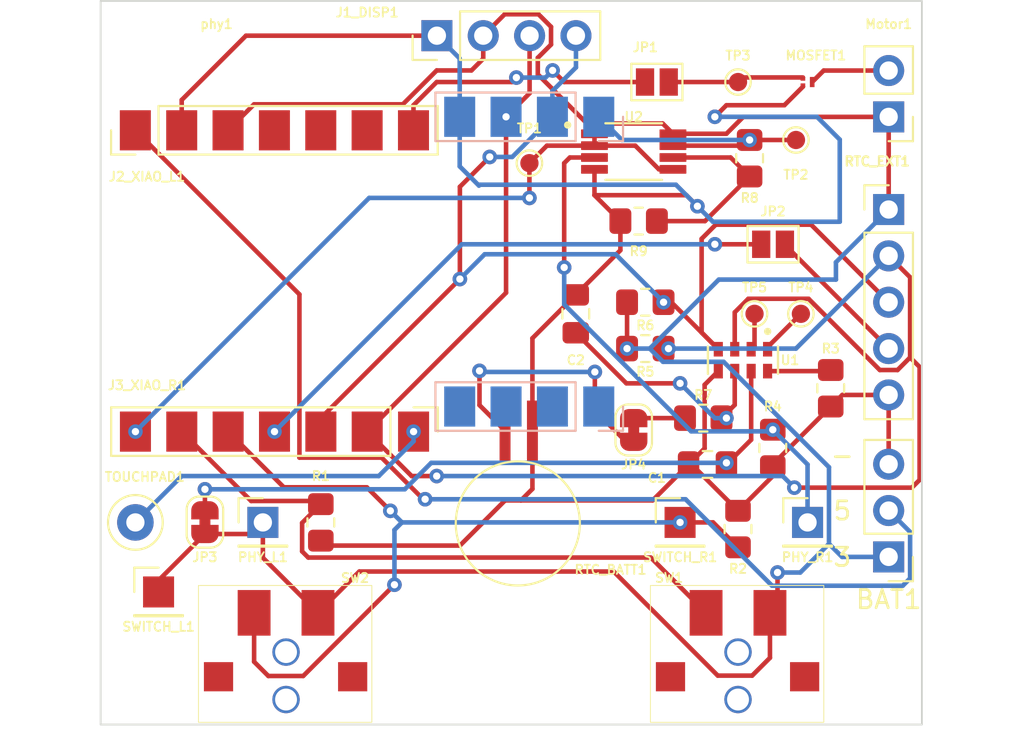
<source format=kicad_pcb>
(kicad_pcb (version 20211014) (generator pcbnew)
  (layers (0 "F.Cu" signal) (31 "B.Cu" signal) (34 "B.Paste" user) (35 "F.Paste" user) (36 "B.SilkS" user "B.Silkscreen") (37 "F.SilkS" user "F.Silkscreen") (38 "B.Mask" user) (39 "F.Mask" user) (44 "Edge.Cuts" user))
  (net 0 "")
  (net 1 "Net-(C1-Pad1)")
  (net 2 "GND")
  (net 3 "Net-(C2-Pad2)")
  (net 4 "+3V3")
  (net 5 "SCL")
  (net 6 "SDA")
  (net 7 "VBAT")
  (net 8 "Net-(JP2-Pad2)")
  (net 12 "LRA")
  (net 13 "Net-(J3_XIAO_R1-Pad1)")
  (net 14 "RTC_INT")
  (net 15 "LS2")
  (net 16 "LS1")
  (net 17 "PHY_SENS")
  (net 18 "HR_EN")
  (net 19 "Net-(JP1-Pad1)")
  (net 20 "Net-(JP4-Pad1)")
  (net 21 "Net-(JP4-Pad2)")
  (net 22 "Net-(MOSFET1-Pad3)")
  (net 23 "PHY")
  (net 24 "Net-(R3-Pad1)")
  (net 25 "Net-(R8-Pad2)")
  (net 26 "Net-(TP4-Pad1)")
  (net 27 "Net-(TP5-Pad1)")
  (footprint "TestPoint:TestPoint_Pad_D1.0mm" (layer "F.Cu") (at 35.83 23.495)
    (fp_text reference "TP5" (at 0 -1.448) (layer "F.SilkS") (effects (font (size 0.5 0.5) (thickness 0.1))))
    (fp_text value "TestINT")
    (pad "1" smd circle (at 0 0) (size 1 1) (layers "F.Cu" "F.Mask") (net 27 "Net-(TP5-Pad1)"))
  )
  (footprint "Resistor_SMD:R_0805_2012Metric_Pad1.20x1.40mm_HandSolder" (layer "F.Cu") (at 29.845 25.4 180)
    (fp_text reference "R5" (at 0 -1.27) (layer "F.SilkS") (effects (font (size 0.5 0.5) (thickness 0.1))))
    (fp_text value "10K")
    (pad "1" smd roundrect (at -1 0 180) (size 1.2 1.4) (layers "F.Cu" "F.Paste" "F.Mask") (roundrect_rratio 0.2083333333) (net 5 "SCL"))
    (pad "2" smd roundrect (at 1 0 180) (size 1.2 1.4) (layers "F.Cu" "F.Paste" "F.Mask") (roundrect_rratio 0.2083333333) (net 4 "+3V3"))
  )
  (footprint "Connector_PinHeader_2.54mm:PinHeader_1x02_P2.54mm_Vertical" (layer "F.Cu") (at 43.18 12.705 180)
    (fp_text reference "Motor1" (at 0 5.085 180) (layer "F.SilkS") (effects (font (size 0.5 0.5) (thickness 0.1))))
    (fp_text value "Conn_01x01" hide)
    (pad "1" thru_hole rect (at 0 0 180) (size 1.7 1.7) (drill 1) (layers *.Cu *.Mask) (net 4 "+3V3"))
    (pad "2" thru_hole oval (at 0 2.54 180) (size 1.7 1.7) (drill 1) (layers *.Cu *.Mask) (net 22 "Net-(MOSFET1-Pad3)"))
  )
  (footprint "rows-of-pads:RowPad_1x01_P2.54mm" (layer "F.Cu") (at 31.75 34.925)
    (fp_text reference "SWITCH_R1" (at 0 1.905) (layer "F.SilkS") (effects (font (size 0.5 0.5) (thickness 0.1))))
    (fp_text value "Conn_01x01")
    (pad "1" smd rect (at 0 0) (size 1.7 1.7) (layers "F.Cu" "F.Paste" "F.Mask") (net 15 "LS2"))
  )
  (footprint "switches:JJJHLGG200NOPMRTR" (layer "F.Cu") (at 10.16 41.58 180)
    (fp_text reference "SW2" (at -3.78 3.61 unlocked) (layer "F.SilkS") (effects (font (size 0.5 0.5) (thickness 0.1))))
    (fp_text value "MINI_SWITCH")
    (pad "" smd rect (at -3.65 -1.8 180) (size 1.6 1.6) (layers "F.Cu" "F.Paste" "F.Mask"))
    (pad "" np_thru_hole circle (at 0 -3.05 180) (size 1.5 1.5) (drill 1.2) (layers F&B.Cu *.Mask))
    (pad "" np_thru_hole circle (at 0 -0.45 180) (size 1.5 1.5) (drill 1.2) (layers F&B.Cu *.Mask))
    (pad "" smd rect (at 3.7 -1.8 180) (size 1.6 1.6) (layers "F.Cu" "F.Paste" "F.Mask"))
    (pad "1" smd rect (at -1.75 1.7 180) (size 1.8 2.5) (layers "F.Cu" "F.Paste" "F.Mask") (net 4 "+3V3"))
    (pad "2" smd rect (at 1.75 1.7 180) (size 1.8 2.5) (layers "F.Cu" "F.Paste" "F.Mask") (net 15 "LS2"))
  )
  (footprint "Capacitor_SMD:C_0805_2012Metric_Pad1.18x1.45mm_HandSolder" (layer "F.Cu") (at 33.2525 31.75 180)
    (fp_text reference "C1" (at 2.7725 -0.735) (layer "F.SilkS") (effects (font (size 0.5 0.5) (thickness 0.1))))
    (fp_text value "100nF")
    (pad "1" smd roundrect (at -1.0375 0 180) (size 1.175 1.45) (layers "F.Cu" "F.Paste" "F.Mask") (roundrect_rratio 0.2127659574) (net 1 "Net-(C1-Pad1)"))
    (pad "2" smd roundrect (at 1.0375 0 180) (size 1.175 1.45) (layers "F.Cu" "F.Paste" "F.Mask") (roundrect_rratio 0.2127659574) (net 2 "GND"))
  )
  (footprint "rows-of-pads:RowPad_1x07_P2.54mm" (layer "F.Cu") (at 1.9025 13.44 90)
    (fp_text reference "J2_XIAO_L1" (at -2.54 0.6375 180) (layer "F.SilkS") (effects (font (size 0.5 0.5) (thickness 0.1))))
    (fp_text value "Conn_01x07" hide)
    (pad "1" smd rect (at 0 0 90) (size 2.2 1.7) (layers "F.Cu" "F.Paste" "F.Mask") (net 7 "VBAT"))
    (pad "2" smd rect (at 0 2.54 90) (size 2.2 1.7) (layers "F.Cu" "F.Paste" "F.Mask") (net 2 "GND"))
    (pad "3" smd rect (at 0 5.08 90) (size 2.2 1.7) (layers "F.Cu" "F.Paste" "F.Mask") (net 4 "+3V3"))
    (pad "4" smd rect (at 0 7.62 90) (size 2.2 1.7) (layers "F.Cu" "F.Paste" "F.Mask"))
    (pad "5" smd rect (at 0 10.16 90) (size 2.2 1.7) (layers "F.Cu" "F.Paste" "F.Mask"))
    (pad "6" smd rect (at 0 12.7 90) (size 2.2 1.7) (layers "F.Cu" "F.Paste" "F.Mask"))
    (pad "7" smd rect (at 0 15.24 90) (size 2.2 1.7) (layers "F.Cu" "F.Paste" "F.Mask") (net 12 "LRA"))
  )
  (footprint "Resistor_SMD:R_0805_2012Metric_Pad1.20x1.40mm_HandSolder" (layer "F.Cu") (at 33.02 29.21)
    (fp_text reference "R7" (at 0 -1.27) (layer "F.SilkS") (effects (font (size 0.5 0.5) (thickness 0.1))))
    (fp_text value "470")
    (pad "1" smd roundrect (at -1 0) (size 1.2 1.4) (layers "F.Cu" "F.Paste" "F.Mask") (roundrect_rratio 0.2083333333) (net 21 "Net-(JP4-Pad2)"))
    (pad "2" smd roundrect (at 1 0) (size 1.2 1.4) (layers "F.Cu" "F.Paste" "F.Mask") (roundrect_rratio 0.2083333333) (net 3 "Net-(C2-Pad2)"))
  )
  (footprint "MountingHole:MountingHole_2.1mm" (layer "F.Cu") (at 2.54 8.89)
    (fp_text reference "REF**" hide)
    (fp_text value "MountingHole_2.1mm" hide)
    (pad "" np_thru_hole circle (at 0 0) (size 2.1 2.1) (drill 2.1) (layers *.Cu *.Mask))
  )
  (footprint "Connector_PinHeader_2.54mm:PinHeader_1x01_P2.54mm_Vertical" (layer "F.Cu") (at 38.735 34.925)
    (fp_text reference "PHY_R1" (at 0 1.905) (layer "F.SilkS") (effects (font (size 0.5 0.5) (thickness 0.1))))
    (fp_text value "Conn_01x01")
    (pad "1" thru_hole rect (at 0 0) (size 1.7 1.7) (drill 1) (layers *.Cu *.Mask) (net 23 "PHY"))
  )
  (footprint "Resistor_SMD:R_0805_2012Metric_Pad1.20x1.40mm_HandSolder" (layer "F.Cu") (at 12.065 34.925 -90)
    (fp_text reference "R1" (at -2.54 0 180) (layer "F.SilkS") (effects (font (size 0.5 0.5) (thickness 0.1))))
    (fp_text value "10K")
    (pad "1" smd roundrect (at -1 0 270) (size 1.2 1.4) (layers "F.Cu" "F.Paste" "F.Mask") (roundrect_rratio 0.2083333333) (net 16 "LS1"))
    (pad "2" smd roundrect (at 1 0 270) (size 1.2 1.4) (layers "F.Cu" "F.Paste" "F.Mask") (roundrect_rratio 0.2083333333) (net 2 "GND"))
  )
  (footprint "switches:JJJHLGG200NOPMRTR" (layer "F.Cu") (at 34.925 41.58 180)
    (fp_text reference "SW1" (at 3.775 3.62 unlocked) (layer "F.SilkS") (effects (font (size 0.5 0.5) (thickness 0.1))))
    (fp_text value "MINI_SWITCH")
    (pad "" smd rect (at -3.65 -1.8 180) (size 1.6 1.6) (layers "F.Cu" "F.Paste" "F.Mask"))
    (pad "" np_thru_hole circle (at 0 -0.45 180) (size 1.5 1.5) (drill 1.2) (layers F&B.Cu *.Mask))
    (pad "" smd rect (at 3.7 -1.8 180) (size 1.6 1.6) (layers "F.Cu" "F.Paste" "F.Mask"))
    (pad "" np_thru_hole circle (at 0 -3.05 180) (size 1.5 1.5) (drill 1.2) (layers F&B.Cu *.Mask))
    (pad "1" smd rect (at -1.75 1.7 180) (size 1.8 2.5) (layers "F.Cu" "F.Paste" "F.Mask") (net 4 "+3V3"))
    (pad "2" smd rect (at 1.75 1.7 180) (size 1.8 2.5) (layers "F.Cu" "F.Paste" "F.Mask") (net 16 "LS1"))
  )
  (footprint "Jumper:SolderJumper-2_P1.3mm_Open_Pad1.0x1.5mm" (layer "F.Cu") (at 36.845 19.685)
    (fp_text reference "JP2" (at 0 -1.8) (layer "F.SilkS") (effects (font (size 0.5 0.5) (thickness 0.1))))
    (fp_text value "SolderJumper_2_Open")
    (pad "1" smd rect (at -0.65 0) (size 1 1.5) (layers "F.Cu" "F.Mask") (net 14 "RTC_INT"))
    (pad "2" smd rect (at 0.65 0) (size 1 1.5) (layers "F.Cu" "F.Mask") (net 8 "Net-(JP2-Pad2)"))
  )
  (footprint "rows-of-pads:RowPad_1x07_P2.54mm" (layer "F.Cu") (at 17.1475 29.95 -90)
    (fp_text reference "J3_XIAO_R1" (at -2.54 14.6075) (layer "F.SilkS") (effects (font (size 0.5 0.5) (thickness 0.1))))
    (fp_text value "Conn_01x07" hide)
    (pad "1" smd rect (at 0 0 270) (size 2.2 1.7) (layers "F.Cu" "F.Paste" "F.Mask") (net 13 "Net-(J3_XIAO_R1-Pad1)"))
    (pad "2" smd rect (at 0 2.54 270) (size 2.2 1.7) (layers "F.Cu" "F.Paste" "F.Mask") (net 5 "SCL"))
    (pad "3" smd rect (at 0 5.08 270) (size 2.2 1.7) (layers "F.Cu" "F.Paste" "F.Mask") (net 6 "SDA"))
    (pad "4" smd rect (at 0 7.62 270) (size 2.2 1.7) (layers "F.Cu" "F.Paste" "F.Mask") (net 14 "RTC_INT"))
    (pad "5" smd rect (at 0 10.16 270) (size 2.2 1.7) (layers "F.Cu" "F.Paste" "F.Mask") (net 15 "LS2"))
    (pad "6" smd rect (at 0 12.7 270) (size 2.2 1.7) (layers "F.Cu" "F.Paste" "F.Mask") (net 16 "LS1"))
    (pad "7" smd rect (at 0 15.24 270) (size 2.2 1.7) (layers "F.Cu" "F.Paste" "F.Mask") (net 17 "PHY_SENS"))
  )
  (footprint "Jumper:SolderJumper-2_P1.3mm_Bridged_RoundedPad1.0x1.5mm" (layer "F.Cu") (at 5.715 34.91 -90)
    (fp_text reference "JP3" (at 1.92 0 180) (layer "F.SilkS") (effects (font (size 0.5 0.5) (thickness 0.1))))
    (fp_text value "SolderJumper_2_Bridged")
    (fp_poly (pts (xy 0.25 -0.3) (xy -0.25 -0.3) (xy -0.25 0.3) (xy 0.25 0.3)) (layer "F.Cu") (width 0) (fill solid))
    (pad "1" smd custom (at -0.65 0 270) (size 1 0.5) (layers "F.Cu" "F.Mask") (net 1 "Net-(C1-Pad1)") (options (clearance outline) (anchor rect)) (primitives (gr_circle (center 0 0.25) (end 0.5 0.25) (width 0) (fill yes)) (gr_circle (center 0 -0.25) (end 0.5 -0.25) (width 0) (fill yes)) (gr_poly (pts (xy 0.5 0.75) (xy 0 0.75) (xy 0 -0.75) (xy 0.5 -0.75)) (width 0) (fill yes))))
    (pad "2" smd custom (at 0.65 0 270) (size 1 0.5) (layers "F.Cu" "F.Mask") (net 4 "+3V3") (options (clearance outline) (anchor rect)) (primitives (gr_circle (center 0 0.25) (end 0.5 0.25) (width 0) (fill yes)) (gr_circle (center 0 -0.25) (end 0.5 -0.25) (width 0) (fill yes)) (gr_poly (pts (xy 0 0.75) (xy -0.5 0.75) (xy -0.5 -0.75) (xy 0 -0.75)) (width 0) (fill yes))))
  )
  (footprint "SSM3K15ACTC:SSM3K15ACTC" (layer "F.Cu") (at 38.735 10.795)
    (fp_text reference "MOSFET1" (at 0.455 -1.456) (layer "F.SilkS") (effects (font (size 0.5 0.5) (thickness 0.1))))
    (fp_text value "SSM3K15ACTC" hide)
    (pad "1" smd rect (at -0.254 -0.175001) (size 0.254 0.2032) (layers "F.Cu" "F.Paste" "F.Mask") (net 19 "Net-(JP1-Pad1)"))
    (pad "2" smd rect (at -0.254 0.175001) (size 0.254 0.2032) (layers "F.Cu" "F.Paste" "F.Mask") (net 2 "GND"))
    (pad "3" smd rect (at 0.254 0) (size 0.254 0.5588) (layers "F.Cu" "F.Paste" "F.Mask") (net 22 "Net-(MOSFET1-Pad3)"))
  )
  (footprint "RV-3028-C7:IC_RV-3028-C7" (layer "F.Cu") (at 35.195 26.035 -90)
    (fp_text reference "U1" (at 0 -2.5764 180) (layer "F.SilkS") (effects (font (size 0.5 0.5) (thickness 0.1))))
    (fp_text value "RV-3028-C7")
    (pad "1" smd rect locked (at -0.6 -1.35 270) (size 0.8 0.5) (layers "F.Cu" "F.Paste" "F.Mask") (net 26 "Net-(TP4-Pad1)"))
    (pad "2" smd rect locked (at -0.6 -0.45 270) (size 0.8 0.5) (layers "F.Cu" "F.Paste" "F.Mask") (net 27 "Net-(TP5-Pad1)"))
    (pad "3" smd rect locked (at -0.6 0.45 270) (size 0.8 0.5) (layers "F.Cu" "F.Paste" "F.Mask") (net 5 "SCL"))
    (pad "4" smd rect locked (at -0.6 1.35 270) (size 0.8 0.5) (layers "F.Cu" "F.Paste" "F.Mask") (net 6 "SDA"))
    (pad "5" smd rect locked (at 0.6 1.35 270) (size 0.8 0.5) (layers "F.Cu" "F.Paste" "F.Mask") (net 2 "GND"))
    (pad "6" smd rect locked (at 0.6 0.45 270) (size 0.8 0.5) (layers "F.Cu" "F.Paste" "F.Mask") (net 3 "Net-(C2-Pad2)"))
    (pad "7" smd rect locked (at 0.6 -0.45 270) (size 0.8 0.5) (layers "F.Cu" "F.Paste" "F.Mask") (net 1 "Net-(C1-Pad1)"))
    (pad "8" smd rect locked (at 0.6 -1.35 270) (size 0.8 0.5) (layers "F.Cu" "F.Paste" "F.Mask") (net 24 "Net-(R3-Pad1)"))
  )
  (footprint "Connector_PinHeader_2.54mm:PinHeader_1x05_P2.54mm_Vertical" (layer "F.Cu") (at 43.18 17.78)
    (fp_text reference "RTC_EXT1" (at -0.635 -2.635) (layer "F.SilkS") (effects (font (size 0.5 0.5) (thickness 0.125))))
    (fp_text value "Conn_01x05" hide)
    (pad "1" thru_hole rect (at 0 0) (size 1.7 1.7) (drill 1) (layers *.Cu *.Mask) (net 4 "+3V3"))
    (pad "2" thru_hole oval (at 0 2.54) (size 1.7 1.7) (drill 1) (layers *.Cu *.Mask) (net 5 "SCL"))
    (pad "3" thru_hole oval (at 0 5.08) (size 1.7 1.7) (drill 1) (layers *.Cu *.Mask) (net 6 "SDA"))
    (pad "4" thru_hole oval (at 0 7.62) (size 1.7 1.7) (drill 1) (layers *.Cu *.Mask) (net 8 "Net-(JP2-Pad2)"))
    (pad "5" thru_hole oval (at 0 10.16) (size 1.7 1.7) (drill 1) (layers *.Cu *.Mask) (net 2 "GND"))
  )
  (footprint "TestPoint:TestPoint_Pad_D1.0mm" (layer "F.Cu") (at 38.37 23.495)
    (fp_text reference "TP4" (at 0 -1.448) (layer "F.SilkS") (effects (font (size 0.5 0.5) (thickness 0.1))))
    (fp_text value "TestCO")
    (pad "1" smd circle (at 0 0) (size 1 1) (layers "F.Cu" "F.Mask") (net 26 "Net-(TP4-Pad1)"))
  )
  (footprint "Jumper:SolderJumper-2_P1.3mm_Bridged_RoundedPad1.0x1.5mm" (layer "F.Cu") (at 29.21 29.86 90)
    (fp_text reference "JP4" (at -1.89 0 180) (layer "F.SilkS") (effects (font (size 0.5 0.5) (thickness 0.1))))
    (fp_text value "SolderJumper_2_Bridged")
    (fp_poly (pts (xy 0.25 -0.3) (xy -0.25 -0.3) (xy -0.25 0.3) (xy 0.25 0.3)) (layer "F.Cu") (width 0) (fill solid))
    (pad "1" smd custom (at -0.65 0 90) (size 1 0.5) (layers "F.Cu" "F.Mask") (net 20 "Net-(JP4-Pad1)") (options (clearance outline) (anchor rect)) (primitives (gr_circle (center 0 0.25) (end 0.5 0.25) (width 0) (fill yes)) (gr_circle (center 0 -0.25) (end 0.5 -0.25) (width 0) (fill yes)) (gr_poly (pts (xy 0.5 0.75) (xy 0 0.75) (xy 0 -0.75) (xy 0.5 -0.75)) (width 0) (fill yes))))
    (pad "2" smd custom (at 0.65 0 90) (size 1 0.5) (layers "F.Cu" "F.Mask") (net 21 "Net-(JP4-Pad2)") (options (clearance outline) (anchor rect)) (primitives (gr_circle (center 0 0.25) (end 0.5 0.25) (width 0) (fill yes)) (gr_circle (center 0 -0.25) (end 0.5 -0.25) (width 0) (fill yes)) (gr_poly (pts (xy 0 0.75) (xy -0.5 0.75) (xy -0.5 -0.75) (xy 0 -0.75)) (width 0) (fill yes))))
  )
  (footprint "Resistor_SMD:R_0805_2012Metric_Pad1.20x1.40mm_HandSolder" (layer "F.Cu") (at 29.845 22.86 180)
    (fp_text reference "R6" (at 0 -1.27) (layer "F.SilkS") (effects (font (size 0.5 0.5) (thickness 0.1))))
    (fp_text value "10K")
    (pad "1" smd roundrect (at -1 0 180) (size 1.2 1.4) (layers "F.Cu" "F.Paste" "F.Mask") (roundrect_rratio 0.2083333333) (net 6 "SDA"))
    (pad "2" smd roundrect (at 1 0 180) (size 1.2 1.4) (layers "F.Cu" "F.Paste" "F.Mask") (roundrect_rratio 0.2083333333) (net 4 "+3V3"))
  )
  (footprint "Capacitor_SMD:C_0805_2012Metric_Pad1.18x1.45mm_HandSolder" (layer "F.Cu") (at 26.035 23.495 -90)
    (fp_text reference "C2" (at 2.54 0 180) (layer "F.SilkS") (effects (font (size 0.5 0.5) (thickness 0.1))))
    (fp_text value "100nF")
    (pad "1" smd roundrect (at -1.0375 0 270) (size 1.175 1.45) (layers "F.Cu" "F.Paste" "F.Mask") (roundrect_rratio 0.2127659574) (net 2 "GND"))
    (pad "2" smd roundrect (at 1.0375 0 270) (size 1.175 1.45) (layers "F.Cu" "F.Paste" "F.Mask") (roundrect_rratio 0.2127659574) (net 3 "Net-(C2-Pad2)"))
  )
  (footprint "Connector_PinHeader_2.54mm:PinHeader_1x01_P2.54mm_Vertical" (layer "F.Cu") (at 8.89 34.925)
    (fp_text reference "PHY_L1" (at 0 1.905) (layer "F.SilkS") (effects (font (size 0.5 0.5) (thickness 0.1))))
    (fp_text value "Conn_01x01")
    (pad "1" thru_hole rect (at 0 0) (size 1.7 1.7) (drill 1) (layers *.Cu *.Mask) (net 4 "+3V3"))
  )
  (footprint "Resistor_SMD:R_0805_2012Metric_Pad1.20x1.40mm_HandSolder" (layer "F.Cu") (at 40.005 27.575 -90)
    (fp_text reference "R3" (at -2.175 0 180) (layer "F.SilkS") (effects (font (size 0.5 0.5) (thickness 0.1))))
    (fp_text value "10K")
    (pad "1" smd roundrect (at -1 0 270) (size 1.2 1.4) (layers "F.Cu" "F.Paste" "F.Mask") (roundrect_rratio 0.2083333333) (net 24 "Net-(R3-Pad1)"))
    (pad "2" smd roundrect (at 1 0 270) (size 1.2 1.4) (layers "F.Cu" "F.Paste" "F.Mask") (roundrect_rratio 0.2083333333) (net 2 "GND"))
  )
  (footprint "Resistor_SMD:R_0805_2012Metric_Pad1.20x1.40mm_HandSolder" (layer "F.Cu") (at 34.925 35.29 90)
    (fp_text reference "R2" (at -2.175 0 180) (layer "F.SilkS") (effects (font (size 0.5 0.5) (thickness 0.1))))
    (fp_text value "10K")
    (pad "1" smd roundrect (at -1 0 90) (size 1.2 1.4) (layers "F.Cu" "F.Paste" "F.Mask") (roundrect_rratio 0.2083333333) (net 15 "LS2"))
    (pad "2" smd roundrect (at 1 0 90) (size 1.2 1.4) (layers "F.Cu" "F.Paste" "F.Mask") (roundrect_rratio 0.2083333333) (net 2 "GND"))
  )
  (footprint "MountingHole:MountingHole_2.1mm" (layer "F.Cu") (at 42.545 43.18)
    (fp_text reference "REF**" hide)
    (fp_text value "MountingHole_2.1mm")
    (pad "" np_thru_hole circle (at 0 0) (size 2.1 2.1) (drill 2.1) (layers *.Cu *.Mask))
  )
  (footprint "rows-of-pads:RowPad_1x01_P2.54mm" (layer "F.Cu") (at 3.175 38.735)
    (fp_text reference "SWITCH_L1" (at 0 1.905) (layer "F.SilkS") (effects (font (size 0.5 0.5) (thickness 0.1))))
    (fp_text value "Conn_01x01")
    (pad "1" smd rect (at 0 0) (size 1.7 1.7) (layers "F.Cu" "F.Paste" "F.Mask") (net 4 "+3V3"))
  )
  (footprint "Connector_PinHeader_2.54mm:PinHeader_1x04_P2.54mm_Vertical" (layer "F.Cu") (at 18.425 8.255 90)
    (fp_text reference "J1_DISP1" (at 1.27 -3.82 180) (layer "F.SilkS") (effects (font (size 0.5 0.5) (thickness 0.1))))
    (fp_text value "Conn_01x04" hide)
    (pad "1" thru_hole rect (at 0 0 90) (size 1.7 1.7) (drill 1) (layers *.Cu *.Mask) (net 2 "GND"))
    (pad "2" thru_hole oval (at 0 2.54 90) (size 1.7 1.7) (drill 1) (layers *.Cu *.Mask) (net 4 "+3V3"))
    (pad "3" thru_hole oval (at 0 5.08 90) (size 1.7 1.7) (drill 1) (layers *.Cu *.Mask) (net 5 "SCL"))
    (pad "4" thru_hole oval (at 0 7.62 90) (size 1.7 1.7) (drill 1) (layers *.Cu *.Mask) (net 6 "SDA"))
  )
  (footprint "Resistor_SMD:R_0805_2012Metric_Pad1.20x1.40mm_HandSolder" (layer "F.Cu") (at 36.83 30.845 -90)
    (fp_text reference "R4" (at -2.27 0 180) (layer "F.SilkS") (effects (font (size 0.5 0.5) (thickness 0.1))))
    (fp_text value "2M")
    (pad "1" smd roundrect (at -1 0 270) (size 1.2 1.4) (layers "F.Cu" "F.Paste" "F.Mask") (roundrect_rratio 0.2083333333) (net 23 "PHY"))
    (pad "2" smd roundrect (at 1 0 270) (size 1.2 1.4) (layers "F.Cu" "F.Paste" "F.Mask") (roundrect_rratio 0.2083333333) (net 2 "GND"))
  )
  (footprint "Connector_PinHeader_2.54mm:PinHeader_1x03_P2.54mm_Vertical" (layer "F.Cu") (at 43.18 36.815 180)
    (fp_text reference "BAT1" (at 0 -2.33 180) (layer "F.SilkS"))
    (fp_text value "BATT")
    (pad "1" thru_hole rect (at 0 0 180) (size 1.7 1.7) (drill 1) (layers *.Cu *.Mask) (net 4 "+3V3"))
    (pad "2" thru_hole oval (at 0 2.54 180) (size 1.7 1.7) (drill 1) (layers *.Cu *.Mask) (net 7 "VBAT"))
    (pad "3" thru_hole oval (at 0 5.08 180) (size 1.7 1.7) (drill 1) (layers *.Cu *.Mask) (net 2 "GND"))
  )
  (footprint "MountingHole:MountingHole_2.1mm" (layer "F.Cu") (at 2.54 43.18)
    (fp_text reference "REF**" hide)
    (fp_text value "MountingHole_2.1mm")
    (pad "" np_thru_hole circle (at 0 0) (size 2.1 2.1) (drill 2.1) (layers *.Cu *.Mask))
  )
  (footprint "TestPoint:TestPoint_Pad_D1.0mm" (layer "F.Cu") (at 38.1 13.97)
    (fp_text reference "TP2" (at 0 1.905) (layer "F.SilkS") (effects (font (size 0.5 0.5) (thickness 0.1))))
    (fp_text value "TestOp2")
    (pad "1" smd circle (at 0 0) (size 1 1) (layers "F.Cu" "F.Mask") (net 18 "HR_EN"))
  )
  (footprint "LMV358IDGKR:SOP65P490X110-8N" (layer "F.Cu") (at 29.21 14.605)
    (fp_text reference "U2" (at 0 -1.905) (layer "F.SilkS") (effects (font (size 0.5 0.5) (thickness 0.1))))
    (fp_text value "Opamp_Dual")
    (pad "1" smd roundrect locked (at -2.15 -0.975) (size 1.47 0.48) (layers "F.Cu" "F.Paste" "F.Mask") (roundrect_rratio 0.06) (net 17 "PHY_SENS"))
    (pad "2" smd roundrect locked (at -2.15 -0.325) (size 1.47 0.48) (layers "F.Cu" "F.Paste" "F.Mask") (roundrect_rratio 0.06) (net 17 "PHY_SENS"))
    (pad "3" smd roundrect locked (at -2.15 0.325) (size 1.47 0.48) (layers "F.Cu" "F.Paste" "F.Mask") (roundrect_rratio 0.06) (net 23 "PHY"))
    (pad "4" smd roundrect locked (at -2.15 0.975) (size 1.47 0.48) (layers "F.Cu" "F.Paste" "F.Mask") (roundrect_rratio 0.06) (net 2 "GND"))
    (pad "5" smd roundrect locked (at 2.15 0.975) (size 1.47 0.48) (layers "F.Cu" "F.Paste" "F.Mask") (roundrect_rratio 0.06) (net 17 "PHY_SENS"))
    (pad "6" smd roundrect locked (at 2.15 0.325) (size 1.47 0.48) (layers "F.Cu" "F.Paste" "F.Mask") (roundrect_rratio 0.06) (net 25 "Net-(R8-Pad2)"))
    (pad "7" smd roundrect locked (at 2.15 -0.325) (size 1.47 0.48) (layers "F.Cu" "F.Paste" "F.Mask") (roundrect_rratio 0.06) (net 18 "HR_EN"))
    (pad "8" smd roundrect locked (at 2.15 -0.975) (size 1.47 0.48) (layers "F.Cu" "F.Paste" "F.Mask") (roundrect_rratio 0.06) (net 4 "+3V3"))
  )
  (footprint "TestPoint:TestPoint_Pad_D1.0mm" (layer "F.Cu") (at 34.925 10.795)
    (fp_text reference "TP3" (at 0 -1.448) (layer "F.SilkS") (effects (font (size 0.5 0.5) (thickness 0.1))))
    (fp_text value "TestGate")
    (pad "1" smd circle (at 0 0) (size 1 1) (layers "F.Cu" "F.Mask") (net 19 "Net-(JP1-Pad1)"))
  )
  (footprint "Resistor_SMD:R_0805_2012Metric_Pad1.20x1.40mm_HandSolder" (layer "F.Cu") (at 29.48 18.415 180)
    (fp_text reference "R9" (at 0 -1.65) (layer "F.SilkS") (effects (font (size 0.5 0.5) (thickness 0.1))))
    (fp_text value "1K")
    (pad "1" smd roundrect (at -1 0 180) (size 1.2 1.4) (layers "F.Cu" "F.Paste" "F.Mask") (roundrect_rratio 0.2083333333) (net 25 "Net-(R8-Pad2)"))
    (pad "2" smd roundrect (at 1 0 180) (size 1.2 1.4) (layers "F.Cu" "F.Paste" "F.Mask") (roundrect_rratio 0.2083333333) (net 2 "GND"))
  )
  (footprint "TestPoint:TestPoint_Loop_D2.50mm_Drill1.0mm" (layer "F.Cu") (at 1.905 34.925)
    (fp_text reference "TOUCHPAD1" (at 0.515 -2.495) (layer "F.SilkS") (effects (font (size 0.5 0.5) (thickness 0.1))))
    (fp_text value "Conn_01x01")
    (pad "1" thru_hole circle (at 0 0) (size 2 2) (drill 1) (layers *.Cu *.Mask) (net 13 "Net-(J3_XIAO_R1-Pad1)"))
  )
  (footprint "Battery:P044-ND_SMD_Battery" (layer "F.Cu") (at 22.91 29.9 180)
    (fp_text reference "RTC_BATT1" (at -5.03 -7.62 unlocked) (layer "F.SilkS") (effects (font (size 0.5 0.5) (thickness 0.1))))
    (fp_text value "Battery_Cell")
    (pad "1" smd rect (at 0.75 0 180) (size 0.6 3.3) (layers "F.Cu" "F.Paste" "F.Mask") (net 20 "Net-(JP4-Pad1)"))
    (pad "2" smd rect (at -0.75 0 180) (size 0.6 3.3) (layers "F.Cu" "F.Paste" "F.Mask") (net 2 "GND"))
  )
  (footprint "TestPoint:TestPoint_Pad_D1.0mm" (layer "F.Cu") (at 23.495 15.24)
    (fp_text reference "TP1" (at 0 -1.905) (layer "F.SilkS") (effects (font (size 0.5 0.5) (thickness 0.1))))
    (fp_text value "TestOp1")
    (pad "1" smd circle (at 0 0) (size 1 1) (layers "F.Cu" "F.Mask") (net 17 "PHY_SENS"))
  )
  (footprint "Resistor_SMD:R_0805_2012Metric_Pad1.20x1.40mm_HandSolder" (layer "F.Cu") (at 35.56 14.97 -90)
    (fp_text reference "R8" (at 2.175 0 180) (layer "F.SilkS") (effects (font (size 0.5 0.5) (thickness 0.1))))
    (fp_text value "9K")
    (pad "1" smd roundrect (at -1 0 270) (size 1.2 1.4) (layers "F.Cu" "F.Paste" "F.Mask") (roundrect_rratio 0.2083333333) (net 18 "HR_EN"))
    (pad "2" smd roundrect (at 1 0 270) (size 1.2 1.4) (layers "F.Cu" "F.Paste" "F.Mask") (roundrect_rratio 0.2083333333) (net 25 "Net-(R8-Pad2)"))
  )
  (footprint "Jumper:SolderJumper-2_P1.3mm_Open_Pad1.0x1.5mm" (layer "F.Cu") (at 30.48 10.795 180)
    (fp_text reference "JP1" (at 0.635 1.905) (layer "F.SilkS") (effects (font (size 0.5 0.5) (thickness 0.1))))
    (fp_text value "SolderJumper_2_Open" hide)
    (pad "1" smd rect (at -0.65 0 180) (size 1 1.5) (layers "F.Cu" "F.Mask") (net 19 "Net-(JP1-Pad1)"))
    (pad "2" smd rect (at 0.65 0 180) (size 1 1.5) (layers "F.Cu" "F.Mask") (net 12 "LRA"))
  )
  (footprint "rows-of-pads:RowPad_1x04_P2.54mm" (layer "B.Cu") (at 27.295 12.7 90)
    (fp_text reference "J5_HR1" hide)
    (fp_text value "Conn_01x04")
    (pad "1" smd rect (at 0 -7.62 90) (size 2.2 1.7) (layers "B.Cu" "B.Paste" "B.Mask") (net 2 "GND"))
    (pad "2" smd rect (at 0 0 90) (size 2.2 1.7) (layers "B.Cu" "B.Paste" "B.Mask") (net 18 "HR_EN"))
    (pad "3" smd rect (at 0 -5.08 90) (size 2.2 1.7) (layers "B.Cu" "B.Paste" "B.Mask") (net 5 "SCL"))
    (pad "4" smd rect (at 0 -2.54 90) (size 2.2 1.7) (layers "B.Cu" "B.Paste" "B.Mask") (net 6 "SDA"))
  )
  (footprint "rows-of-pads:RowPad_1x04_P2.54mm" (layer "B.Cu") (at 27.295 28.575 90)
    (fp_text reference "REF**" hide)
    (fp_text value "RowPad_1x04_P2.54mm")
    (pad "1" smd rect (at 0 0 90) (size 2.2 1.7) (layers "B.Cu" "B.Paste" "B.Mask"))
    (pad "2" smd rect (at 0 -2.54 90) (size 2.2 1.7) (layers "B.Cu" "B.Paste" "B.Mask"))
    (pad "3" smd rect (at 0 -5.08 90) (size 2.2 1.7) (layers "B.Cu" "B.Paste" "B.Mask"))
    (pad "4" smd rect (at 0 -7.62 90) (size 2.2 1.7) (layers "B.Cu" "B.Paste" "B.Mask"))
  )
  (gr_rect (start 0 6.35) (end 45 46) (layer "Edge.Cuts") (width 0.1) (fill none))
  (gr_text "-" (at 40.64 31.25) (layer "F.SilkS") (effects (font (size 1 1))))
  (gr_text "3" (at 40.64 36.83) (layer "F.SilkS") (effects (font (size 1 1))))
  (gr_text "5" (at 40.64 34.29) (layer "F.SilkS") (effects (font (size 1 1))))
  (gr_text "phy1" (at 6.35 7.62) (layer "F.SilkS") (effects (font (size 0.5 0.5) (thickness 0.1))))
  (segment (start 5.715 34.26) (end 5.715 33.1095) (width 0.25) (layer "F.Cu") (net 1))
  (segment (start 35.645 26.635) (end 35.645 30.395) (width 0.25) (layer "F.Cu") (net 1))
  (segment (start 35.645 30.395) (end 34.29 31.75) (width 0.25) (layer "F.Cu") (net 1))
  (via (at 5.715 33.1095) (size 0.8) (drill 0.4) (layers "F.Cu" "B.Cu") (net 1))
  (via (at 34.29 31.6605) (size 0.8) (drill 0.4) (layers "F.Cu" "B.Cu") (net 1))
  (segment (start 5.715 33.1095) (end 16.665886 33.1095) (width 0.25) (layer "B.Cu") (net 1))
  (segment (start 18.114886 31.6605) (end 34.29 31.6605) (width 0.25) (layer "B.Cu") (net 1))
  (segment (start 16.665886 33.1095) (end 18.114886 31.6605) (width 0.25) (layer "B.Cu") (net 1))
  (segment (start 27.06 15.58) (end 27.06 16.995) (width 0.25) (layer "F.Cu") (net 2))
  (segment (start 28.48 20.0125) (end 26.035 22.4575) (width 0.25) (layer "F.Cu") (net 2))
  (segment (start 43.18 27.94) (end 43.18 31.735) (width 0.25) (layer "F.Cu") (net 2))
  (segment (start 33.09548 27.38452) (end 33.09548 30.86952) (width 0.25) (layer "F.Cu") (net 2))
  (segment (start 32.385 31.75) (end 34.925 34.29) (width 0.25) (layer "F.Cu") (net 2))
  (segment (start 19.685 36.195) (end 12.335 36.195) (width 0.25) (layer "F.Cu") (net 2))
  (segment (start 40.64 27.94) (end 43.18 27.94) (width 0.25) (layer "F.Cu") (net 2))
  (segment (start 36.83 31.845) (end 36.83 32.385) (width 0.25) (layer "F.Cu") (net 2))
  (segment (start 33.845 26.635) (end 33.09548 27.38452) (width 0.25) (layer "F.Cu") (net 2))
  (segment (start 23.03 33.72) (end 22.16 33.72) (width 0.25) (layer "F.Cu") (net 2))
  (segment (start 40.005 28.575) (end 40.64 27.94) (width 0.25) (layer "F.Cu") (net 2))
  (segment (start 40.005 28.575) (end 36.83 31.75) (width 0.25) (layer "F.Cu") (net 2))
  (segment (start 22.16 33.72) (end 19.685 36.195) (width 0.25) (layer "F.Cu") (net 2))
  (segment (start 27.06 16.995) (end 28.48 18.415) (width 0.25) (layer "F.Cu") (net 2))
  (segment (start 33.09548 30.86952) (end 32.215 31.75) (width 0.25) (layer "F.Cu") (net 2))
  (segment (start 34.29 12.065) (end 37.465 12.065) (width 0.25) (layer "F.Cu") (net 2))
  (segment (start 32.095 16.995) (end 27.06 16.995) (width 0.25) (layer "F.Cu") (net 2))
  (segment (start 38.481 11.049) (end 38.481 11.04611) (width 0.25) (layer "F.Cu") (net 2))
  (segment (start 26.035 22.4575) (end 23.66 24.8325) (width 0.25) (layer "F.Cu") (net 2))
  (segment (start 23.66 24.8325) (end 23.66 29.45048) (width 0.25) (layer "F.Cu") (net 2))
  (segment (start 12.335 36.195) (end 12.065 35.925) (width 0.25) (layer "F.Cu") (net 2))
  (segment (start 36.83 31.75) (end 36.83 31.845) (width 0.25) (layer "F.Cu") (net 2))
  (segment (start 4.4425 11.778478) (end 4.4425 13.44) (width 0.25) (layer "F.Cu") (net 2))
  (segment (start 18.425 8.255) (end 7.965978 8.255) (width 0.25) (layer "F.Cu") (net 2))
  (segment (start 37.465 12.065) (end 38.481 11.049) (width 0.25) (layer "F.Cu") (net 2))
  (segment (start 28.48 18.415) (end 28.48 20.0125) (width 0.25) (layer "F.Cu") (net 2))
  (segment (start 33.655 12.7) (end 34.29 12.065) (width 0.25) (layer "F.Cu") (net 2))
  (segment (start 32.215 31.75) (end 30.245 33.72) (width 0.25) (layer "F.Cu") (net 2))
  (segment (start 30.245 33.72) (end 23.03 33.72) (width 0.25) (layer "F.Cu") (net 2))
  (segment (start 32.7 17.6) (end 32.095 16.995) (width 0.25) (layer "F.Cu") (net 2))
  (segment (start 23.66 33.09) (end 23.66 29.9) (width 0.25) (layer "F.Cu") (net 2))
  (segment (start 7.965978 8.255) (end 4.4425 11.778478) (width 0.25) (layer "F.Cu") (net 2))
  (segment (start 23.03 33.72) (end 23.66 33.09) (width 0.25) (layer "F.Cu") (net 2))
  (segment (start 32.215 31.75) (end 32.385 31.75) (width 0.25) (layer "F.Cu") (net 2))
  (segment (start 36.83 32.385) (end 34.925 34.29) (width 0.25) (layer "F.Cu") (net 2))
  (via (at 33.655 12.7) (size 0.8) (drill 0.4) (layers "F.Cu" "B.Cu") (net 2))
  (via (at 32.7 17.6) (size 0.8) (drill 0.4) (layers "F.Cu" "B.Cu") (net 2))
  (segment (start 31.520489 16.420489) (end 20.779511 16.420489) (width 0.25) (layer "B.Cu") (net 2))
  (segment (start 19.675 12.7) (end 19.675 9.505) (width 0.25) (layer "B.Cu") (net 2))
  (segment (start 33.55 18.45) (end 32.7 17.6) (width 0.25) (layer "B.Cu") (net 2))
  (segment (start 33.655 12.7) (end 39.25 12.7) (width 0.25) (layer "B.Cu") (net 2))
  (segment (start 32.7 17.6) (end 31.520489 16.420489) (width 0.25) (layer "B.Cu") (net 2))
  (segment (start 19.675 15.415) (end 19.675 12.7) (width 0.25) (layer "B.Cu") (net 2))
  (segment (start 20.73 16.47) (end 19.675 15.415) (width 0.25) (layer "B.Cu") (net 2))
  (segment (start 40.5 18.45) (end 33.55 18.45) (width 0.25) (layer "B.Cu") (net 2))
  (segment (start 39.25 12.7) (end 40.5 13.95) (width 0.25) (layer "B.Cu") (net 2))
  (segment (start 40.5 13.95) (end 40.5 18.45) (width 0.25) (layer "B.Cu") (net 2))
  (segment (start 19.675 9.505) (end 18.425 8.255) (width 0.25) (layer "B.Cu") (net 2))
  (segment (start 20.779511 16.420489) (end 20.73 16.47) (width 0.25) (layer "B.Cu") (net 2))
  (segment (start 26.035 24.5325) (end 28.8075 27.305) (width 0.25) (layer "F.Cu") (net 3))
  (segment (start 34.745 28.485) (end 34.745 26.635) (width 0.25) (layer "F.Cu") (net 3))
  (segment (start 34.02 29.21) (end 34.745 28.485) (width 0.25) (layer "F.Cu") (net 3))
  (segment (start 28.8075 27.305) (end 31.75 27.305) (width 0.25) (layer "F.Cu") (net 3))
  (via (at 31.75 27.305) (size 0.8) (drill 0.4) (layers "F.Cu" "B.Cu") (net 3))
  (via (at 34.29 29.21) (size 0.8) (drill 0.4) (layers "F.Cu" "B.Cu") (net 3))
  (segment (start 31.75 27.305) (end 33.655 29.21) (width 0.25) (layer "B.Cu") (net 3))
  (segment (start 33.655 29.21) (end 34.29 29.21) (width 0.25) (layer "B.Cu") (net 3))
  (segment (start 43.18 12.705) (end 43.18 17.78) (width 0.25) (layer "F.Cu") (net 4))
  (segment (start 14.174511 37.615489) (end 11.91 39.88) (width 0.25) (layer "F.Cu") (net 4))
  (segment (start 3.175 38.1) (end 3.175 38.735) (width 0.25) (layer "F.Cu") (net 4))
  (segment (start 8.407011 12.015489) (end 16.558793 12.015489) (width 0.25) (layer "F.Cu") (net 4))
  (segment (start 31.36 13.63) (end 30.79548 13.06548) (width 0.25) (layer "F.Cu") (net 4))
  (segment (start 37.09 37.67) (end 37.09 39.465) (width 0.25) (layer "F.Cu") (net 4))
  (segment (start 23.95452 10.374134) (end 23.95452 9.46649) (width 0.25) (layer "F.Cu") (net 4))
  (segment (start 5.715 35.56) (end 3.175 38.1) (width 0.25) (layer "F.Cu") (net 4))
  (segment (start 6.9825 13.44) (end 8.407011 12.015489) (width 0.25) (layer "F.Cu") (net 4))
  (segment (start 31.36 13.63) (end 34.287507 13.63) (width 0.25) (layer "F.Cu") (net 4))
  (segment (start 16.558793 12.015489) (end 18.414282 10.16) (width 0.25) (layer "F.Cu") (net 4))
  (segment (start 34.287507 13.63) (end 35.212507 12.705) (width 0.25) (layer "F.Cu") (net 4))
  (segment (start 30.79548 13.06548) (end 26.645866 13.06548) (width 0.25) (layer "F.Cu") (net 4))
  (segment (start 24.679511 7.768501) (end 23.991499 7.080489) (width 0.25) (layer "F.Cu") (net 4))
  (segment (start 33.815978 43.32) (end 28.111467 37.615489) (width 0.25) (layer "F.Cu") (net 4))
  (segment (start 36.675 39.88) (end 36.675 42.345) (width 0.25) (layer "F.Cu") (net 4))
  (segment (start 35.212507 12.705) (end 43.18 12.705) (width 0.25) (layer "F.Cu") (net 4))
  (segment (start 37.09 39.465) (end 36.675 39.88) (width 0.25) (layer "F.Cu") (net 4))
  (segment (start 28.111467 37.615489) (end 14.174511 37.615489) (width 0.25) (layer "F.Cu") (net 4))
  (segment (start 18.414282 10.16) (end 20.32 10.16) (width 0.25) (layer "F.Cu") (net 4))
  (segment (start 26.645866 13.06548) (end 23.95452 10.374134) (width 0.25) (layer "F.Cu") (net 4))
  (segment (start 24.679511 8.741499) (end 24.679511 7.768501) (width 0.25) (layer "F.Cu") (net 4))
  (segment (start 8.255 35.56) (end 5.715 35.56) (width 0.25) (layer "F.Cu") (net 4))
  (segment (start 35.7 43.32) (end 33.815978 43.32) (width 0.25) (layer "F.Cu") (net 4))
  (segment (start 23.991499 7.080489) (end 22.139511 7.080489) (width 0.25) (layer "F.Cu") (net 4))
  (segment (start 8.89 36.86) (end 8.89 34.925) (width 0.25) (layer "F.Cu") (net 4))
  (segment (start 20.965 9.515) (end 20.32 10.16) (width 0.25) (layer "F.Cu") (net 4))
  (segment (start 20.965 8.255) (end 20.965 9.515) (width 0.25) (layer "F.Cu") (net 4))
  (segment (start 8.89 34.925) (end 8.255 35.56) (width 0.25) (layer "F.Cu") (net 4))
  (segment (start 11.91 39.88) (end 8.89 36.86) (width 0.25) (layer "F.Cu") (net 4))
  (segment (start 23.95452 9.46649) (end 24.679511 8.741499) (width 0.25) (layer "F.Cu") (net 4))
  (segment (start 28.845 22.86) (end 28.845 25.4) (width 0.25) (layer "F.Cu") (net 4))
  (segment (start 22.139511 7.080489) (end 20.965 8.255) (width 0.25) (layer "F.Cu") (net 4))
  (segment (start 36.675 42.345) (end 35.7 43.32) (width 0.25) (layer "F.Cu") (net 4))
  (via (at 28.845 25.4) (size 0.8) (drill 0.4) (layers "F.Cu" "B.Cu") (net 4))
  (via (at 37.09 37.67) (size 0.8) (drill 0.4) (layers "F.Cu" "B.Cu") (net 4))
  (segment (start 39.909511 36.099511) (end 39.909511 31.899897) (width 0.25) (layer "B.Cu") (net 4))
  (segment (start 33.870386 21.62) (end 40.29 21.62) (width 0.25) (layer "B.Cu") (net 4))
  (segment (start 39.909511 36.099511) (end 40.625 36.815) (width 0.25) (layer "B.Cu") (net 4))
  (segment (start 28.845 25.4) (end 30.090386 25.4) (width 0.25) (layer "B.Cu") (net 4))
  (segment (start 40.29 21.62) (end 40.29 20.67) (width 0.25) (layer "B.Cu") (net 4))
  (segment (start 30.814897 26.124511) (end 30.090386 25.4) (width 0.25) (layer "B.Cu") (net 4))
  (segment (start 40.29 20.67) (end 43.18 17.78) (width 0.25) (layer "B.Cu") (net 4))
  (segment (start 37.09 37.67) (end 38.339022 37.67) (width 0.25) (layer "B.Cu") (net 4))
  (segment (start 30.090386 25.4) (end 33.870386 21.62) (width 0.25) (layer "B.Cu") (net 4))
  (segment (start 39.909511 31.899897) (end 34.134125 26.124511) (width 0.25) (layer "B.Cu") (net 4))
  (segment (start 38.339022 37.67) (end 39.909511 36.099511) (width 0.25) (layer "B.Cu") (net 4))
  (segment (start 40.625 36.815) (end 43.18 36.815) (width 0.25) (layer "B.Cu") (net 4))
  (segment (start 34.134125 26.124511) (end 30.814897 26.124511) (width 0.25) (layer "B.Cu") (net 4))
  (segment (start 30.845 25.4) (end 31.115 25.4) (width 0.25) (layer "F.Cu") (net 5))
  (segment (start 34.745 23.413964) (end 34.745 25.435) (width 0.25) (layer "F.Cu") (net 5))
  (segment (start 43.666499 26.574511) (end 42.693501 26.574511) (width 0.25) (layer "F.Cu") (net 5))
  (segment (start 23.505 11.41) (end 22.215 12.7) (width 0.25) (layer "F.Cu") (net 5))
  (segment (start 44.354511 25.886499) (end 43.666499 26.574511) (width 0.25) (layer "F.Cu") (net 5))
  (segment (start 17.0425 32.385) (end 18.415 32.385) (width 0.25) (layer "F.Cu") (net 5))
  (segment (start 23.505 8.255) (end 23.505 11.41) (width 0.25) (layer "F.Cu") (net 5))
  (segment (start 44.87498 32.59502) (end 44.87498 26.406968) (width 0.25) (layer "F.Cu") (net 5))
  (segment (start 35.488475 22.670489) (end 34.745 23.413964) (width 0.25) (layer "F.Cu") (net 5))
  (segment (start 22.215 12.7) (end 22.215 22.3425) (width 0.25) (layer "F.Cu") (net 5))
  (segment (start 44.354511 21.494511) (end 44.354511 25.886499) (width 0.25) (layer "F.Cu") (net 5))
  (segment (start 44.45 33.02) (end 44.87498 32.59502) (width 0.25) (layer "F.Cu") (net 5))
  (segment (start 44.87498 26.406968) (end 44.354511 25.886499) (width 0.25) (layer "F.Cu") (net 5))
  (segment (start 22.215 22.3425) (end 14.6075 29.95) (width 0.25) (layer "F.Cu") (net 5))
  (segment (start 42.693501 26.574511) (end 38.789479 22.670489) (width 0.25) (layer "F.Cu") (net 5))
  (segment (start 38.789479 22.670489) (end 35.488475 22.670489) (width 0.25) (layer "F.Cu") (net 5))
  (segment (start 38.0105 33.02) (end 44.45 33.02) (width 0.25) (layer "F.Cu") (net 5))
  (segment (start 14.6075 29.95) (end 17.0425 32.385) (width 0.25) (layer "F.Cu") (net 5))
  (segment (start 43.18 20.32) (end 44.354511 21.494511) (width 0.25) (layer "F.Cu") (net 5))
  (via (at 38.0105 33.02) (size 0.8) (drill 0.4) (layers "F.Cu" "B.Cu") (net 5))
  (via (at 22.215 12.7) (size 0.8) (drill 0.4) (layers "F.Cu" "B.Cu") (net 5))
  (via (at 18.415 32.385) (size 0.8) (drill 0.4) (layers "F.Cu" "B.Cu") (net 5))
  (via (at 31.115 25.4) (size 0.8) (drill 0.4) (layers "F.Cu" "B.Cu") (net 5))
  (segment (start 37.3755 32.385) (end 38.0105 33.02) (width 0.25) (layer "B.Cu") (net 5))
  (segment (start 31.115 25.4) (end 38.1 25.4) (width 0.25) (layer "B.Cu") (net 5))
  (segment (start 18.415 32.385) (end 37.3755 32.385) (width 0.25) (layer "B.Cu") (net 5))
  (segment (start 38.1 25.4) (end 43.18 20.32) (width 0.25) (layer "B.Cu") (net 5))
  (segment (start 33.704897 18.610489) (end 32.930489 19.384897) (width 0.25) (layer "F.Cu") (net 6))
  (segment (start 19.685 16.535) (end 21.32 14.9) (width 0.25) (layer "F.Cu") (net 6))
  (segment (start 32.930489 24.520489) (end 33.845 25.435) (width 0.25) (layer "F.Cu") (net 6))
  (segment (start 12.0675 29.2075) (end 19.685 21.59) (width 0.25) (layer "F.Cu") (net 6))
  (segment (start 43.18 22.86) (end 38.930489 18.610489) (width 0.25) (layer "F.Cu") (net 6))
  (segment (start 31.27 22.86) (end 33.845 25.435) (width 0.25) (layer "F.Cu") (net 6))
  (segment (start 32.930489 19.384897) (end 32.930489 24.520489) (width 0.25) (layer "F.Cu") (net 6))
  (segment (start 12.0675 29.95) (end 12.0675 29.2075) (width 0.25) (layer "F.Cu") (net 6))
  (segment (start 19.685 21.59) (end 19.685 16.535) (width 0.25) (layer "F.Cu") (net 6))
  (segment (start 30.845 22.86) (end 31.27 22.86) (width 0.25) (layer "F.Cu") (net 6))
  (segment (start 38.930489 18.610489) (end 33.704897 18.610489) (width 0.25) (layer "F.Cu") (net 6))
  (via (at 19.685 21.59) (size 0.8) (drill 0.4) (layers "F.Cu" "B.Cu") (net 6))
  (via (at 30.845 22.86) (size 0.8) (drill 0.4) (layers "F.Cu" "B.Cu") (net 6))
  (via (at 21.32 14.9) (size 0.8) (drill 0.4) (layers "F.Cu" "B.Cu") (net 6))
  (segment (start 28.215489 20.230489) (end 21.044511 20.230489) (width 0.25) (layer "B.Cu") (net 6))
  (segment (start 26.045 8.255) (end 26.045 9.995489) (width 0.25) (layer "B.Cu") (net 6))
  (segment (start 21.32 14.9) (end 22.555 14.9) (width 0.25) (layer "B.Cu") (net 6))
  (segment (start 26.045 9.995489) (end 24.755 11.285489) (width 0.25) (layer "B.Cu") (net 6))
  (segment (start 30.845 22.86) (end 28.215489 20.230489) (width 0.25) (layer "B.Cu") (net 6))
  (segment (start 21.044511 20.230489) (end 19.685 21.59) (width 0.25) (layer "B.Cu") (net 6))
  (segment (start 22.555 14.9) (end 24.755 12.7) (width 0.25) (layer "B.Cu") (net 6))
  (segment (start 24.755 11.285489) (end 24.755 12.7) (width 0.25) (layer "B.Cu") (net 6))
  (segment (start 17.676782 33.655) (end 17.78 33.655) (width 0.25) (layer "F.Cu") (net 7))
  (segment (start 10.892989 22.430489) (end 10.892989 31.374511) (width 0.25) (layer "F.Cu") (net 7))
  (segment (start 1.9025 13.44) (end 10.892989 22.430489) (width 0.25) (layer "F.Cu") (net 7))
  (segment (start 10.892989 31.374511) (end 15.396293 31.374511) (width 0.25) (layer "F.Cu") (net 7))
  (segment (start 15.396293 31.374511) (end 17.676782 33.655) (width 0.25) (layer "F.Cu") (net 7))
  (via (at 17.78 33.655) (size 0.8) (drill 0.4) (layers "F.Cu" "B.Cu") (net 7))
  (segment (start 43.949511 38.394511) (end 44.354511 37.989511) (width 0.25) (layer "B.Cu") (net 7))
  (segment (start 17.78 33.655) (end 32.050386 33.655) (width 0.25) (layer "B.Cu") (net 7))
  (segment (start 36.789897 38.394511) (end 43.949511 38.394511) (width 0.25) (layer "B.Cu") (net 7))
  (segment (start 44.354511 37.989511) (end 44.354511 35.449511) (width 0.25) (layer "B.Cu") (net 7))
  (segment (start 44.354511 35.449511) (end 43.18 34.275) (width 0.25) (layer "B.Cu") (net 7))
  (segment (start 32.050386 33.655) (end 36.789897 38.394511) (width 0.25) (layer "B.Cu") (net 7))
  (segment (start 37.495 19.715) (end 43.18 25.4) (width 0.25) (layer "F.Cu") (net 8))
  (segment (start 37.495 19.685) (end 37.495 19.715) (width 0.25) (layer "F.Cu") (net 8))
  (segment (start 25.4 10.795) (end 29.83 10.795) (width 0.25) (layer "F.Cu") (net 12))
  (segment (start 17.1425 13.44) (end 17.1425 12.0675) (width 0.25) (layer "F.Cu") (net 12))
  (segment (start 17.1425 12.0675) (end 18.415 10.795) (width 0.25) (layer "F.Cu") (net 12))
  (segment (start 18.415 10.795) (end 22.536489 10.795) (width 0.25) (layer "F.Cu") (net 12))
  (segment (start 22.536489 10.795) (end 22.7805 10.550989) (width 0.25) (layer "F.Cu") (net 12))
  (segment (start 24.765 10.16) (end 25.4 10.795) (width 0.25) (layer "F.Cu") (net 12))
  (via (at 22.7805 10.550989) (size 0.8) (drill 0.4) (layers "F.Cu" "B.Cu") (net 12))
  (via (at 24.765 10.16) (size 0.8) (drill 0.4) (layers "F.Cu" "B.Cu") (net 12))
  (segment (start 24.374011 10.550989) (end 24.765 10.16) (width 0.25) (layer "B.Cu") (net 12))
  (segment (start 22.7805 10.550989) (end 24.374011 10.550989) (width 0.25) (layer "B.Cu") (net 12))
  (via (at 17.1475 29.95) (size 0.8) (drill 0.4) (layers "F.Cu" "B.Cu") (net 13))
  (segment (start 1.905 34.925) (end 4.445 32.385) (width 0.25) (layer "B.Cu") (net 13))
  (segment (start 17.1475 30.4775) (end 17.1475 29.95) (width 0.25) (layer "B.Cu") (net 13))
  (segment (start 15.24 32.385) (end 17.1475 30.4775) (width 0.25) (layer "B.Cu") (net 13))
  (segment (start 4.445 32.385) (end 15.24 32.385) (width 0.25) (layer "B.Cu") (net 13))
  (segment (start 36.195 19.685) (end 33.655 19.685) (width 0.25) (layer "F.Cu") (net 14))
  (via (at 9.5275 29.95) (size 0.8) (drill 0.4) (layers "F.Cu" "B.Cu") (net 14))
  (via (at 33.655 19.685) (size 0.8) (drill 0.4) (layers "F.Cu" "B.Cu") (net 14))
  (segment (start 33.655 19.685) (end 19.7925 19.685) (width 0.25) (layer "B.Cu") (net 14))
  (segment (start 19.7925 19.685) (end 9.5275 29.95) (width 0.25) (layer "B.Cu") (net 14))
  (segment (start 33.56 34.925) (end 34.925 36.29) (width 0.25) (layer "F.Cu") (net 15))
  (segment (start 9.19 43.34) (end 8.41 42.56) (width 0.25) (layer "F.Cu") (net 15))
  (segment (start 10.03798 33.00048) (end 6.9875 29.95) (width 0.25) (layer "F.Cu") (net 15))
  (segment (start 8.41 42.56) (end 8.41 39.88) (width 0.25) (layer "F.Cu") (net 15))
  (segment (start 15.875 34.29) (end 14.58548 33.00048) (width 0.25) (layer "F.Cu") (net 15))
  (segment (start 16.1 38.34) (end 11.1 43.34) (width 0.25) (layer "F.Cu") (net 15))
  (segment (start 31.75 34.925) (end 33.56 34.925) (width 0.25) (layer "F.Cu") (net 15))
  (segment (start 14.58548 33.00048) (end 10.03798 33.00048) (width 0.25) (layer "F.Cu") (net 15))
  (segment (start 11.1 43.34) (end 9.19 43.34) (width 0.25) (layer "F.Cu") (net 15))
  (via (at 15.875 34.29) (size 0.8) (drill 0.4) (layers "F.Cu" "B.Cu") (net 15))
  (via (at 31.75 34.925) (size 0.8) (drill 0.4) (layers "F.Cu" "B.Cu") (net 15))
  (via (at 16.1 38.34) (size 0.8) (drill 0.4) (layers "F.Cu" "B.Cu") (net 15))
  (segment (start 16.1 38.34) (end 16.1 35.335) (width 0.25) (layer "B.Cu") (net 15))
  (segment (start 16.1 35.335) (end 16.51 34.925) (width 0.25) (layer "B.Cu") (net 15))
  (segment (start 16.51 34.925) (end 31.75 34.925) (width 0.25) (layer "B.Cu") (net 15))
  (segment (start 15.875 34.29) (end 16.51 34.925) (width 0.25) (layer "B.Cu") (net 15))
  (segment (start 30.14452 36.84952) (end 11.377027 36.84952) (width 0.25) (layer "F.Cu") (net 16))
  (segment (start 4.4475 29.95) (end 8.247989 33.750489) (width 0.25) (layer "F.Cu") (net 16))
  (segment (start 33.175 39.88) (end 30.14452 36.84952) (width 0.25) (layer "F.Cu") (net 16))
  (segment (start 11.890489 33.750489) (end 12.065 33.925) (width 0.25) (layer "F.Cu") (net 16))
  (segment (start 11.04048 36.512973) (end 11.04048 34.94952) (width 0.25) (layer "F.Cu") (net 16))
  (segment (start 11.04048 34.94952) (end 12.065 33.925) (width 0.25) (layer "F.Cu") (net 16))
  (segment (start 11.377027 36.84952) (end 11.04048 36.512973) (width 0.25) (layer "F.Cu") (net 16))
  (segment (start 8.247989 33.750489) (end 11.890489 33.750489) (width 0.25) (layer "F.Cu") (net 16))
  (segment (start 27.06 14.28) (end 24.455 14.28) (width 0.25) (layer "F.Cu") (net 17))
  (segment (start 24.455 14.28) (end 23.495 15.24) (width 0.25) (layer "F.Cu") (net 17))
  (segment (start 27.06 13.63) (end 27.06 14.28) (width 0.25) (layer "F.Cu") (net 17))
  (segment (start 29.292931 14.28) (end 30.592931 15.58) (width 0.25) (layer "F.Cu") (net 17))
  (segment (start 23.495 15.24) (end 23.495 17.145) (width 0.25) (layer "F.Cu") (net 17))
  (segment (start 27.06 14.28) (end 29.292931 14.28) (width 0.25) (layer "F.Cu") (net 17))
  (segment (start 30.592931 15.58) (end 31.36 15.58) (width 0.25) (layer "F.Cu") (net 17))
  (via (at 23.495 17.145) (size 0.8) (drill 0.4) (layers "F.Cu" "B.Cu") (net 17))
  (via (at 1.9075 29.95) (size 0.8) (drill 0.4) (layers "F.Cu" "B.Cu") (net 17))
  (segment (start 14.7125 17.145) (end 1.9075 29.95) (width 0.25) (layer "B.Cu") (net 17))
  (segment (start 23.495 17.145) (end 14.7125 17.145) (width 0.25) (layer "B.Cu") (net 17))
  (segment (start 35.25 14.28) (end 35.56 13.97) (width 0.25) (layer "F.Cu") (net 18))
  (segment (start 31.36 14.28) (end 35.25 14.28) (width 0.25) (layer "F.Cu") (net 18))
  (segment (start 35.56 13.97) (end 38.1 13.97) (width 0.25) (layer "F.Cu") (net 18))
  (via (at 35.56 13.97) (size 0.8) (drill 0.4) (layers "F.Cu" "B.Cu") (net 18))
  (segment (start 27.295 12.7) (end 28.565 13.97) (width 0.25) (layer "B.Cu") (net 18))
  (segment (start 28.565 13.97) (end 35.56 13.97) (width 0.25) (layer "B.Cu") (net 18))
  (segment (start 34.925 10.795) (end 35.17611 10.54389) (width 0.25) (layer "F.Cu") (net 19))
  (segment (start 31.13 10.795) (end 34.925 10.795) (width 0.25) (layer "F.Cu") (net 19))
  (segment (start 35.17611 10.54389) (end 38.481 10.54389) (width 0.25) (layer "F.Cu") (net 19))
  (segment (start 20.76 28.5) (end 22.16 29.9) (width 0.25) (layer "F.Cu") (net 20))
  (segment (start 20.76 26.62) (end 20.76 28.5) (width 0.25) (layer "F.Cu") (net 20))
  (segment (start 28.80106 30.51) (end 27.08 28.78894) (width 0.25) (layer "F.Cu") (net 20))
  (segment (start 29.21 30.51) (end 28.80106 30.51) (width 0.25) (layer "F.Cu") (net 20))
  (segment (start 27.08 28.78894) (end 27.08 26.68) (width 0.25) (layer "F.Cu") (net 20))
  (via (at 20.76 26.62) (size 0.8) (drill 0.4) (layers "F.Cu" "B.Cu") (net 20))
  (via (at 27.08 26.68) (size 0.8) (drill 0.4) (layers "F.Cu" "B.Cu") (net 20))
  (segment (start 27.08 26.68) (end 20.82 26.68) (width 0.25) (layer "B.Cu") (net 20))
  (segment (start 20.82 26.68) (end 20.76 26.62) (width 0.25) (layer "B.Cu") (net 20))
  (segment (start 29.21 29.21) (end 32.02 29.21) (width 0.25) (layer "F.Cu") (net 21))
  (segment (start 39.619 10.165) (end 38.989 10.795) (width 0.25) (layer "F.Cu") (net 22))
  (segment (start 43.18 10.165) (end 39.619 10.165) (width 0.25) (layer "F.Cu") (net 22))
  (segment (start 27.06 14.93) (end 25.71 14.93) (width 0.25) (layer "F.Cu") (net 23))
  (segment (start 25.71 14.93) (end 25.4 15.24) (width 0.25) (layer "F.Cu") (net 23))
  (segment (start 25.4 15.24) (end 25.4 20.955) (width 0.25) (layer "F.Cu") (net 23))
  (via (at 36.83 29.845) (size 0.8) (drill 0.4) (layers "F.Cu" "B.Cu") (net 23))
  (via (at 25.4 20.955) (size 0.8) (drill 0.4) (layers "F.Cu" "B.Cu") (net 23))
  (segment (start 32.354897 29.934511) (end 36.740489 29.934511) (width 0.25) (layer "B.Cu") (net 23))
  (segment (start 25.4 20.955) (end 25.4 22.979614) (width 0.25) (layer "B.Cu") (net 23))
  (segment (start 25.4 22.979614) (end 32.354897 29.934511) (width 0.25) (layer "B.Cu") (net 23))
  (segment (start 36.740489 29.934511) (end 36.83 29.845) (width 0.25) (layer "B.Cu") (net 23))
  (segment (start 38.735 31.75) (end 38.735 34.925) (width 0.25) (layer "B.Cu") (net 23))
  (segment (start 36.83 29.845) (end 38.735 31.75) (width 0.25) (layer "B.Cu") (net 23))
  (segment (start 36.545 26.635) (end 39.945 26.635) (width 0.25) (layer "F.Cu") (net 24))
  (segment (start 39.945 26.635) (end 40.005 26.575) (width 0.25) (layer "F.Cu") (net 24))
  (segment (start 33.115 18.415) (end 35.56 15.97) (width 0.25) (layer "F.Cu") (net 25))
  (segment (start 30.48 18.415) (end 33.115 18.415) (width 0.25) (layer "F.Cu") (net 25))
  (segment (start 34.52 14.93) (end 35.56 15.97) (width 0.25) (layer "F.Cu") (net 25))
  (segment (start 31.36 14.93) (end 34.52 14.93) (width 0.25) (layer "F.Cu") (net 25))
  (segment (start 38.37 23.495) (end 36.545 25.32) (width 0.25) (layer "F.Cu") (net 26))
  (segment (start 36.545 25.32) (end 36.545 25.435) (width 0.25) (layer "F.Cu") (net 26))
  (segment (start 35.83 23.495) (end 35.83 25.25) (width 0.25) (layer "F.Cu") (net 27))
  (segment (start 35.83 25.25) (end 35.645 25.435) (width 0.25) (layer "F.Cu") (net 27))
)
</source>
